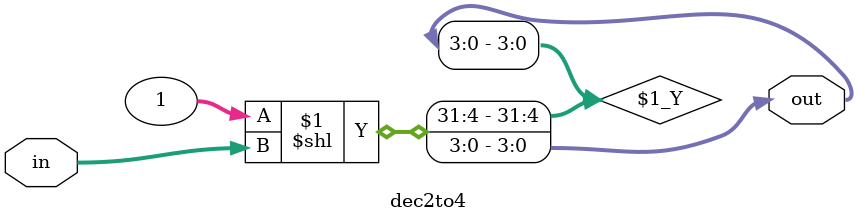
<source format=v>
module dec2to4(in, out);
    input [1:0] in;  // 2-bit input
    output [3:0] out; // 4-bit output

    assign out = 1 << in; // Shift logic to generate active high output
endmodule

</source>
